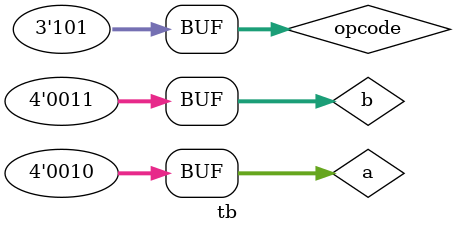
<source format=v>
module Alu(
  input [3:0] a, b , input [2:0] opcode , 
  output reg  flagc , flagz , output reg [7:0] y );
  
parameter Add = 3'b000  , sub  = 3'b001  , multi = 3'b010  ,AND =3'b011   , 
 NAND  = 3'b100,  OR = 3'b101  , EXOR = 3'b110 , NOR = 3'b111  ;  
  
  always@(*)
    begin 
      case(opcode)
       Add : begin  y = a+b ;
         flagc = y[5];
         flagz = (y[8]==3'b0);
       end
       sub : begin  y = a+b ;

         flagz = (y[8]==3'b0);
       end
       multi : begin  y = a*b ;

         flagz = (y[8]==3'b0);
       end
       AND : begin  y = a&b ;

         flagz = (y[8]==3'b0);
       end
        NAND : begin  y = ~(a&b) ;

         flagz = (y[8]==3'b0);
       end
                 
      OR : begin  y = a|b ;

         flagz = (y[8]==3'b0);
       end
       EXOR : begin  y = a^b ;

         flagz = (y[8]==3'b0);
       end
        NOR : begin  y = ~(a|b) ;

         flagz = (y[8]==3'b0);
       end
       default : begin y = 8'bx ;
                   flagc = 1'bx;
               flagz = 1'bx;
       end
       
      
      endcase
    end
endmodule

//---------------------------------------------------
//testbench for ARITHMETIC AND LOGIC UNIT 
// Code your testbench here
 
module tb ;
  reg [3:0] a;reg [3:0] b ;
  reg [2:0] opcode ;
 wire flagc ;
 wire  flagz  ;
  wire [7:0] y ;
  Alu uut(  .a(a) , .b(b) , .opcode(opcode) , .y(y) , .flagc(flagc) , .flagz(flagz));
  
  
  initial begin
    $dumpfile("test.vcd");
    $dumpvars(1 ,a ,b, opcode , flagc ,flagz, y  );
    
    a = 4'b000  ;
    b = 4'b000  ;
   
      #5 a= 4'b0010  ;b = 4'b0011 ; opcode = 3'b000;
       #5 a= 4'b0010 ; b = 4'b0011 ; opcode = 3'b001;
       #5 a= 4'b0010 ; b = 4'b0011 ; opcode = 3'b011;
       #5 a= 4'b0010 ; b = 4'b0011 ; opcode = 3'b100;
       #5 a= 4'b0010 ; b = 4'b0011 ; opcode = 3'b101;
      
      
    end 
endmodule 
</source>
